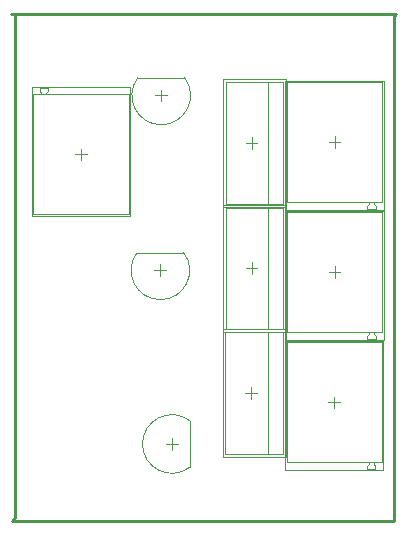
<source format=gbo>
G04*
G04 #@! TF.GenerationSoftware,Altium Limited,Altium Designer,19.0.15 (446)*
G04*
G04 Layer_Color=32896*
%FSLAX44Y44*%
%MOMM*%
G71*
G01*
G75*
%ADD12C,0.2540*%
%ADD13C,0.1000*%
%ADD14C,0.0500*%
D12*
X197000Y63000D02*
Y490000D01*
X195000Y61000D02*
X197000Y63000D01*
X195000Y61000D02*
X518000D01*
Y488000D01*
X520000Y490000D01*
X194000D02*
X520000D01*
D13*
X300500Y288000D02*
G03*
X340100Y288000I19800J-15000D01*
G01*
X301200Y436112D02*
G03*
X340800Y436112I19800J-15000D01*
G01*
X345000Y145800D02*
G03*
X345000Y106200I-15000J-19800D01*
G01*
X218130Y424982D02*
X219629Y423200D01*
Y421913D02*
Y423200D01*
X218130Y424984D02*
Y427612D01*
X293398Y320313D02*
Y421913D01*
X212399Y320313D02*
Y421913D01*
X293398D01*
X212399Y320313D02*
X293398D01*
X218130Y427612D02*
X225267D01*
X225268Y427611D01*
Y424984D02*
Y427613D01*
X223768Y421913D02*
Y423200D01*
X225270Y424982D01*
X501000Y219297D02*
X502499Y217514D01*
X501000Y219297D02*
Y220583D01*
X502499Y214884D02*
Y217512D01*
X427230Y220583D02*
Y322183D01*
X508230Y220583D02*
Y322183D01*
X427230Y220583D02*
X508230D01*
X427230Y322183D02*
X508230D01*
X495362Y214884D02*
X502499D01*
X495361Y214885D02*
X495362Y214884D01*
X495361Y214883D02*
Y217513D01*
X496861Y219297D02*
Y220583D01*
X495359Y217514D02*
X496861Y219297D01*
X500855Y109061D02*
X502354Y107278D01*
X500855Y109061D02*
Y110347D01*
X502354Y104648D02*
Y107276D01*
X427085Y110347D02*
Y211947D01*
X508085Y110347D02*
Y211947D01*
X427085Y110347D02*
X508085D01*
X427085Y211947D02*
X508085D01*
X495217Y104648D02*
X502354D01*
X495216Y104649D02*
X495217Y104648D01*
X495216Y104647D02*
Y107277D01*
X496716Y109061D02*
Y110347D01*
X495214Y107278D02*
X496716Y109061D01*
X501000Y329425D02*
X502499Y327642D01*
X501000Y329425D02*
Y330711D01*
X502499Y325012D02*
Y327640D01*
X427230Y330711D02*
Y432311D01*
X508230Y330711D02*
Y432311D01*
X427230Y330711D02*
X508230D01*
X427230Y432311D02*
X508230D01*
X495362Y325012D02*
X502499D01*
X495361Y325013D02*
X495362Y325012D01*
X495361Y325011D02*
Y327640D01*
X496861Y329425D02*
Y330711D01*
X495359Y327642D02*
X496861Y329425D01*
X300500Y288000D02*
X340100D01*
X301200Y436112D02*
X340800D01*
X345000Y106200D02*
Y145800D01*
X411680Y329104D02*
Y432104D01*
X375680Y329104D02*
X424180D01*
X375680Y432104D02*
X424180D01*
Y329104D02*
Y432104D01*
X375680Y329104D02*
Y432104D01*
X411680Y223186D02*
Y326186D01*
X375680Y223186D02*
X424180D01*
X375680Y326186D02*
X424180D01*
Y223186D02*
Y326186D01*
X375680Y223186D02*
Y326186D01*
X411426Y117522D02*
Y220522D01*
X375426Y117522D02*
X423926D01*
X375426Y220522D02*
X423926D01*
Y117522D02*
Y220522D01*
X375426Y117522D02*
Y220522D01*
X252900Y366112D02*
Y376112D01*
X247900Y371112D02*
X257900D01*
X467729Y266384D02*
Y276384D01*
X462729Y271384D02*
X472729D01*
X467584Y156148D02*
Y166148D01*
X462584Y161148D02*
X472584D01*
X467729Y376512D02*
Y386512D01*
X462729Y381512D02*
X472729D01*
X320300Y268000D02*
Y278000D01*
X315300Y273000D02*
X325300D01*
X316000Y421112D02*
X326000D01*
X321000Y416112D02*
Y426112D01*
X330000Y121000D02*
Y131000D01*
X325000Y126000D02*
X335000D01*
X397480Y375604D02*
Y385604D01*
X392480Y380604D02*
X402480D01*
X397480Y269686D02*
Y279686D01*
X392480Y274686D02*
X402480D01*
X397226Y164022D02*
Y174022D01*
X392226Y169022D02*
X402226D01*
D14*
X211400Y319313D02*
X294400D01*
X294399D02*
Y428611D01*
X211400Y319313D02*
Y428611D01*
X294399D01*
X426229Y323183D02*
X509230D01*
X426230Y213885D02*
Y323183D01*
X509230Y213885D02*
Y323183D01*
X426230Y213885D02*
X509230D01*
X426085Y212947D02*
X509085D01*
X426085Y103649D02*
Y212947D01*
X509085Y103649D02*
Y212947D01*
X426085Y103649D02*
X509085D01*
X426229Y433311D02*
X509230D01*
X426230Y324013D02*
Y433311D01*
X509230Y324013D02*
Y433311D01*
X426230Y324013D02*
X509230D01*
X373180Y326604D02*
X426680D01*
X373180Y434604D02*
X426680D01*
Y326604D02*
Y434604D01*
X373180Y326604D02*
Y434604D01*
Y220686D02*
X426680D01*
X373180Y328686D02*
X426680D01*
Y220686D02*
Y328686D01*
X373180Y220686D02*
Y328686D01*
X372926Y115022D02*
X426426D01*
X372926Y223022D02*
X426426D01*
Y115022D02*
Y223022D01*
X372926Y115022D02*
Y223022D01*
M02*

</source>
